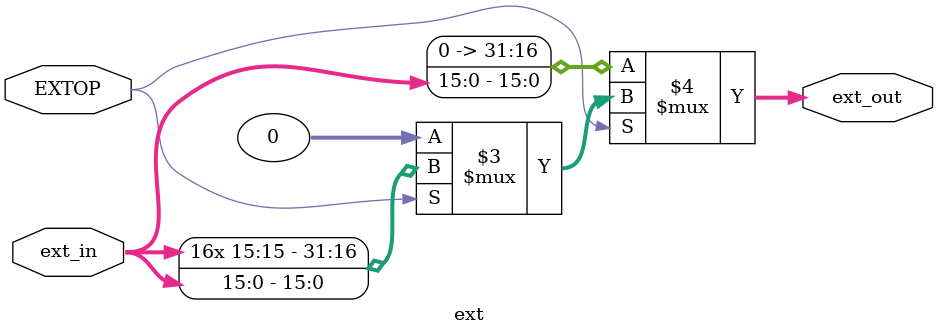
<source format=v>
`timescale 1ns / 1ps
module ext(
    input [15:0] ext_in,
    input EXTOP,
    output [31:0] ext_out
    );
assign ext_out=
(EXTOP==1'b0)?{{16{1'b0}},ext_in}:
(EXTOP==1'b1)?{{16{ext_in[15]}},ext_in}:32'b0;

endmodule
</source>
